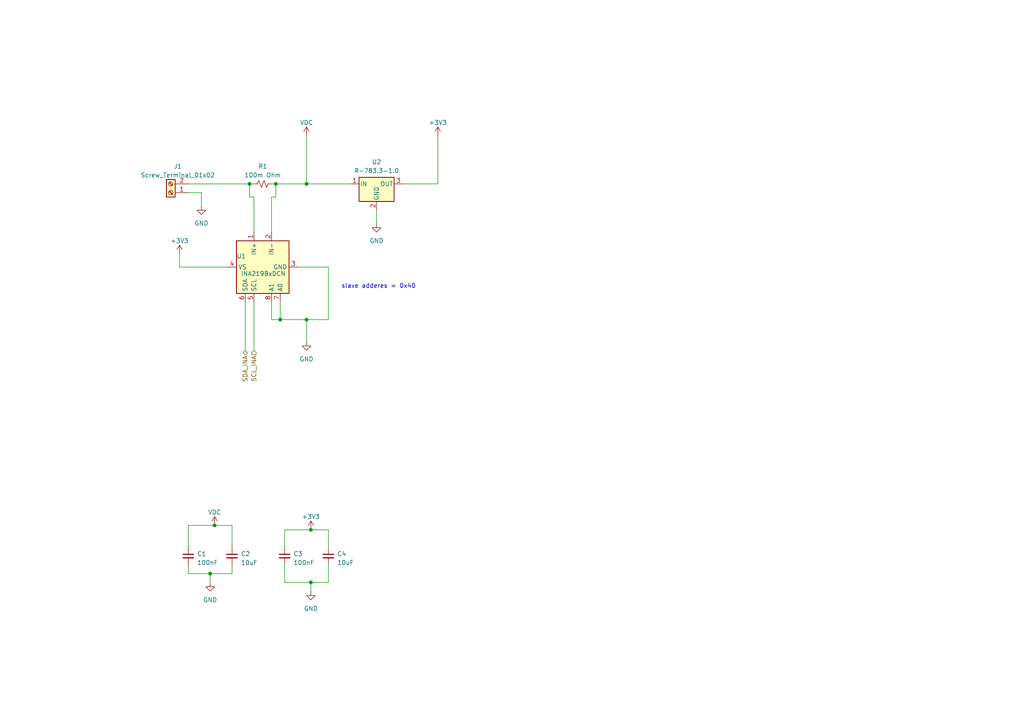
<source format=kicad_sch>
(kicad_sch (version 20210406) (generator eeschema)
  (paper "A4")
  (lib_symbols
    (symbol "Analog_ADC:INA219BxDCN"
      (property "Reference" "U" (at -6.35 8.89 0))
      (property "Value" "INA219BxDCN" (at 6.35 8.89 0))
      (symbol "INA219BxDCN_0_1"
        (rectangle (start -7.62 7.62) (end 7.62 -7.62) (stroke (width 0.254)) (fill (type background)))
      )
      (symbol "INA219BxDCN_1_1"
        (pin input line (at -10.16 2.54 0) (length 2.54) (name "IN+") (number "1"))
        (pin input line (at -10.16 -2.54 0) (length 2.54) (name "IN-") (number "2"))
        (pin power_in line (at 0 -10.16 90) (length 2.54) (name "GND") (number "3"))
        (pin power_in line (at 0 10.16 270) (length 2.54) (name "VS") (number "4"))
        (pin input line (at 10.16 2.54 180) (length 2.54) (name "SCL") (number "5"))
        (pin bidirectional line (at 10.16 5.08 180) (length 2.54) (name "SDA") (number "6"))
        (pin input line (at 10.16 -5.08 180) (length 2.54) (name "A0") (number "7"))
        (pin input line (at 10.16 -2.54 180) (length 2.54) (name "A1") (number "8"))
      )
    )
    (symbol "Connector:Screw_Terminal_01x02" (pin_names (offset 1.016) hide)
      (property "Reference" "J" (at 0 2.54 0))
      (property "Value" "Screw_Terminal_01x02" (at 0 -5.08 0))
      (symbol "Screw_Terminal_01x02_1_1"
        (circle (center 0 -2.54) (radius 0.635) (stroke (width 0.1524)))
        (circle (center 0 0) (radius 0.635) (stroke (width 0.1524)))
        (rectangle (start -1.27 1.27) (end 1.27 -3.81) (stroke (width 0.254)) (fill (type background)))
        (polyline (pts (xy -0.5334 -2.2098) (xy 0.3302 -3.048)) (stroke (width 0.1524)))
        (polyline (pts (xy -0.5334 0.3302) (xy 0.3302 -0.508)) (stroke (width 0.1524)))
        (polyline (pts (xy -0.3556 -2.032) (xy 0.508 -2.8702)) (stroke (width 0.1524)))
        (polyline (pts (xy -0.3556 0.508) (xy 0.508 -0.3302)) (stroke (width 0.1524)))
        (pin passive line (at -5.08 0 0) (length 3.81) (name "Pin_1") (number "1"))
        (pin passive line (at -5.08 -2.54 0) (length 3.81) (name "Pin_2") (number "2"))
      )
    )
    (symbol "Device:C_Small" (pin_numbers hide) (pin_names (offset 0.254) hide)
      (property "Reference" "C" (at 0.254 1.778 0))
      (property "Value" "C_Small" (at 0.254 -2.032 0))
      (symbol "C_Small_0_1"
        (polyline (pts (xy -1.524 -0.508) (xy 1.524 -0.508)) (stroke (width 0.3302)))
        (polyline (pts (xy -1.524 0.508) (xy 1.524 0.508)) (stroke (width 0.3048)))
      )
      (symbol "C_Small_1_1"
        (pin passive line (at 0 2.54 270) (length 2.032) (name "~") (number "1"))
        (pin passive line (at 0 -2.54 90) (length 2.032) (name "~") (number "2"))
      )
    )
    (symbol "Device:R_Small_US" (pin_numbers hide) (pin_names (offset 0.254) hide)
      (property "Reference" "R" (at 0.762 0.508 0))
      (property "Value" "R_Small_US" (at 0.762 -1.016 0))
      (symbol "R_Small_US_1_1"
        (polyline (pts (xy 0 0) (xy 1.016 -0.381) (xy 0 -0.762) (xy -1.016 -1.143) (xy 0 -1.524)))
        (polyline (pts (xy 0 1.524) (xy 1.016 1.143) (xy 0 0.762) (xy -1.016 0.381) (xy 0 0)))
        (pin passive line (at 0 2.54 270) (length 1.016) (name "~") (number "1"))
        (pin passive line (at 0 -2.54 90) (length 1.016) (name "~") (number "2"))
      )
    )
    (symbol "Regulator_Switching:R-783.3-1.0" (pin_names (offset 0.254))
      (property "Reference" "U" (at -3.81 3.175 0))
      (property "Value" "R-783.3-1.0" (at 0 3.175 0))
      (symbol "R-783.3-1.0_0_1"
        (rectangle (start -5.08 1.905) (end 5.08 -5.08) (stroke (width 0.254)) (fill (type background)))
      )
      (symbol "R-783.3-1.0_1_1"
        (pin power_in line (at -7.62 0 0) (length 2.54) (name "IN") (number "1"))
        (pin power_in line (at 0 -7.62 90) (length 2.54) (name "GND") (number "2"))
        (pin power_out line (at 7.62 0 180) (length 2.54) (name "OUT") (number "3"))
      )
    )
    (symbol "power:+3V3" (power) (pin_names (offset 0))
      (property "Value" "+3V3" (at 0 3.556 0))
      (symbol "+3V3_0_1"
        (polyline (pts (xy -0.762 1.27) (xy 0 2.54)))
        (polyline (pts (xy 0 0) (xy 0 2.54)))
        (polyline (pts (xy 0 2.54) (xy 0.762 1.27)))
      )
      (symbol "+3V3_1_1"
        (pin power_in line (at 0 0 90) (length 0) hide (name "+3V3") (number "1"))
      )
    )
    (symbol "power:GND" (power) (pin_names (offset 0))
      (property "Value" "GND" (at 0 -3.81 0))
      (symbol "GND_0_1"
        (polyline (pts (xy 0 0) (xy 0 -1.27) (xy 1.27 -1.27) (xy 0 -2.54) (xy -1.27 -1.27) (xy 0 -1.27)))
      )
      (symbol "GND_1_1"
        (pin power_in line (at 0 0 270) (length 0) hide (name "GND") (number "1"))
      )
    )
    (symbol "power:VDC" (power) (pin_names (offset 0))
      (property "Value" "VDC" (at 0 6.35 0))
      (symbol "VDC_0_1"
        (polyline (pts (xy -0.762 1.27) (xy 0 2.54)))
        (polyline (pts (xy 0 0) (xy 0 2.54)))
        (polyline (pts (xy 0 2.54) (xy 0.762 1.27)))
      )
      (symbol "VDC_1_1"
        (pin power_in line (at 0 0 90) (length 0) hide (name "VDC") (number "1"))
      )
    )
  )
  (junction (at 60.96 166.37) (diameter 0.9144))
  (junction (at 62.23 152.4) (diameter 0.9144))
  (junction (at 72.39 53.34) (diameter 0.9144))
  (junction (at 80.01 53.34) (diameter 0.9144))
  (junction (at 81.28 92.71) (diameter 0.9144))
  (junction (at 88.9 53.34) (diameter 0.9144))
  (junction (at 88.9 92.71) (diameter 0.9144))
  (junction (at 90.17 153.67) (diameter 0.9144))
  (junction (at 90.17 168.91) (diameter 0.9144))
  (wire (pts (xy 52.07 77.47) (xy 52.07 73.66)))
  (wire (pts (xy 52.07 77.47) (xy 66.04 77.47)))
  (wire (pts (xy 54.61 53.34) (xy 72.39 53.34)))
  (wire (pts (xy 54.61 55.88) (xy 58.42 55.88)))
  (wire (pts (xy 54.61 152.4) (xy 62.23 152.4)))
  (wire (pts (xy 54.61 158.75) (xy 54.61 152.4)))
  (wire (pts (xy 54.61 163.83) (xy 54.61 166.37)))
  (wire (pts (xy 58.42 55.88) (xy 58.42 59.69)))
  (wire (pts (xy 60.96 166.37) (xy 54.61 166.37)))
  (wire (pts (xy 60.96 166.37) (xy 67.31 166.37)))
  (wire (pts (xy 60.96 168.91) (xy 60.96 166.37)))
  (wire (pts (xy 62.23 152.4) (xy 67.31 152.4)))
  (wire (pts (xy 67.31 152.4) (xy 67.31 158.75)))
  (wire (pts (xy 67.31 166.37) (xy 67.31 163.83)))
  (wire (pts (xy 71.12 87.63) (xy 71.12 101.6)))
  (wire (pts (xy 72.39 53.34) (xy 72.39 57.15)))
  (wire (pts (xy 72.39 53.34) (xy 73.66 53.34)))
  (wire (pts (xy 73.66 57.15) (xy 72.39 57.15)))
  (wire (pts (xy 73.66 57.15) (xy 73.66 67.31)))
  (wire (pts (xy 73.66 87.63) (xy 73.66 101.6)))
  (wire (pts (xy 78.74 53.34) (xy 80.01 53.34)))
  (wire (pts (xy 78.74 57.15) (xy 78.74 67.31)))
  (wire (pts (xy 78.74 57.15) (xy 80.01 57.15)))
  (wire (pts (xy 78.74 87.63) (xy 78.74 92.71)))
  (wire (pts (xy 78.74 92.71) (xy 81.28 92.71)))
  (wire (pts (xy 80.01 53.34) (xy 80.01 57.15)))
  (wire (pts (xy 80.01 53.34) (xy 88.9 53.34)))
  (wire (pts (xy 81.28 87.63) (xy 81.28 92.71)))
  (wire (pts (xy 81.28 92.71) (xy 88.9 92.71)))
  (wire (pts (xy 82.55 153.67) (xy 90.17 153.67)))
  (wire (pts (xy 82.55 158.75) (xy 82.55 153.67)))
  (wire (pts (xy 82.55 168.91) (xy 82.55 163.83)))
  (wire (pts (xy 86.36 77.47) (xy 95.25 77.47)))
  (wire (pts (xy 88.9 39.37) (xy 88.9 53.34)))
  (wire (pts (xy 88.9 53.34) (xy 101.6 53.34)))
  (wire (pts (xy 88.9 92.71) (xy 88.9 99.06)))
  (wire (pts (xy 88.9 92.71) (xy 95.25 92.71)))
  (wire (pts (xy 90.17 153.67) (xy 95.25 153.67)))
  (wire (pts (xy 90.17 168.91) (xy 82.55 168.91)))
  (wire (pts (xy 90.17 168.91) (xy 95.25 168.91)))
  (wire (pts (xy 90.17 171.45) (xy 90.17 168.91)))
  (wire (pts (xy 95.25 77.47) (xy 95.25 92.71)))
  (wire (pts (xy 95.25 153.67) (xy 95.25 158.75)))
  (wire (pts (xy 95.25 168.91) (xy 95.25 163.83)))
  (wire (pts (xy 109.22 60.96) (xy 109.22 64.77)))
  (wire (pts (xy 116.84 53.34) (xy 127 53.34)))
  (wire (pts (xy 127 39.37) (xy 127 53.34)))
  (text "slave adderes = 0x40\n" (at 120.65 83.82 180) (effects (font (size 1.27 1.27)) (justify right bottom)))
  (hierarchical_label "SDA_INA" (shape bidirectional) (at 71.12 101.6 270))
  (hierarchical_label "SCL_INA" (shape input) (at 73.66 101.6 270))
  (symbol (lib_id "power:+3V3") (at 52.07 73.66 0) (unit 1)
    (property "Reference" "#PWR0105" (effects hide))
    (property "Value" "+3V3" (at 52.07 69.85 0))
  )
  (symbol (lib_id "power:VDC") (at 62.23 152.4 0) (unit 1)
    (property "Reference" "#PWR0110" (effects hide))
    (property "Value" "VDC" (at 62.23 148.59 0))
  )
  (symbol (lib_id "power:VDC") (at 88.9 39.37 0) (unit 1)
    (property "Reference" "#PWR0109" (effects hide))
    (property "Value" "VDC" (at 88.9 35.56 0))
  )
  (symbol (lib_id "power:+3V3") (at 90.17 153.67 0) (unit 1)
    (property "Reference" "#PWR0102" (effects hide))
    (property "Value" "+3V3" (at 90.17 149.86 0))
  )
  (symbol (lib_id "power:+3V3") (at 127 39.37 0) (unit 1)
    (property "Reference" "#PWR0108" (effects hide))
    (property "Value" "+3V3" (at 127 35.56 0))
  )
  (symbol (lib_id "power:GND") (at 58.42 59.69 0) (unit 1)
    (property "Reference" "#PWR0104" (effects hide))
    (property "Value" "GND" (at 58.42 64.77 0))
  )
  (symbol (lib_id "power:GND") (at 60.96 168.91 0) (unit 1)
    (property "Reference" "#PWR0101" (effects hide))
    (property "Value" "GND" (at 60.96 173.99 0))
  )
  (symbol (lib_id "power:GND") (at 88.9 99.06 0) (unit 1)
    (property "Reference" "#PWR0107" (effects hide))
    (property "Value" "GND" (at 88.9 104.14 0))
  )
  (symbol (lib_id "power:GND") (at 90.17 171.45 0) (unit 1)
    (property "Reference" "#PWR0103" (effects hide))
    (property "Value" "GND" (at 90.17 176.53 0))
  )
  (symbol (lib_id "power:GND") (at 109.22 64.77 0) (unit 1)
    (property "Reference" "#PWR0106" (effects hide))
    (property "Value" "GND" (at 109.22 69.85 0))
  )
  (symbol (lib_id "Device:R_Small_US") (at 76.2 53.34 90) (unit 1)
    (property "Reference" "R1" (at 76.2 48.26 90))
    (property "Value" "100m Ohm" (at 76.2 50.8 90))
    (property "Footprint" "vanalles:R_2512_6332Metric_Pad1.40x3.35mm_HandSolder" (effects hide))
  )
  (symbol (lib_id "Device:C_Small") (at 54.61 161.29 0) (unit 1)
    (property "Reference" "C1" (at 57.15 160.6549 0) (effects (justify left)))
    (property "Value" "100nF" (at 57.15 163.1949 0) (effects (justify left)))
    (property "Footprint" "vanalles:0603" (effects hide))
  )
  (symbol (lib_id "Device:C_Small") (at 67.31 161.29 0) (unit 1)
    (property "Reference" "C2" (at 69.85 160.6549 0) (effects (justify left)))
    (property "Value" "10uF" (at 69.85 163.1949 0) (effects (justify left)))
    (property "Footprint" "vanalles:0603" (effects hide))
  )
  (symbol (lib_id "Device:C_Small") (at 82.55 161.29 0) (unit 1)
    (property "Reference" "C3" (at 85.09 160.6549 0) (effects (justify left)))
    (property "Value" "100nF" (at 85.09 163.1949 0) (effects (justify left)))
    (property "Footprint" "vanalles:0603" (effects hide))
  )
  (symbol (lib_id "Device:C_Small") (at 95.25 161.29 0) (unit 1)
    (property "Reference" "C4" (at 97.79 160.6549 0) (effects (justify left)))
    (property "Value" "10uF" (at 97.79 163.1949 0) (effects (justify left)))
    (property "Footprint" "vanalles:0603" (effects hide))
  )
  (symbol (lib_id "Connector:Screw_Terminal_01x02") (at 49.53 55.88 180) (unit 1)
    (property "Reference" "J1" (at 51.562 48.26 0))
    (property "Value" "Screw_Terminal_01x02" (at 51.562 50.8 0))
    (property "Footprint" "connectors_user:2pin_screw" (effects hide))
  )
  (symbol (lib_id "Regulator_Switching:R-783.3-1.0") (at 109.22 53.34 0) (unit 1)
    (property "Reference" "U2" (at 109.22 46.99 0))
    (property "Value" "R-783.3-1.0" (at 109.22 49.53 0))
    (property "Footprint" "vanalles:recom psu" (effects hide))
    (property "Datasheet" "https://www.recom-power.com/pdf/Innoline/R-78xx-1.0.pdf" (effects hide))
  )
  (symbol (lib_id "Analog_ADC:INA219BxDCN") (at 76.2 77.47 90) (mirror x) (unit 1)
    (property "Reference" "U1" (at 68.58 74.2949 90) (effects (justify right)))
    (property "Value" "INA219BxDCN" (at 69.85 79.3749 90) (effects (justify right)))
    (property "Footprint" "halfgeleiders:SOIC127P599X175-8N" (effects hide))
    (property "Datasheet" "http://www.ti.com/lit/ds/symlink/ina219.pdf" (effects hide))
  )
)
</source>
